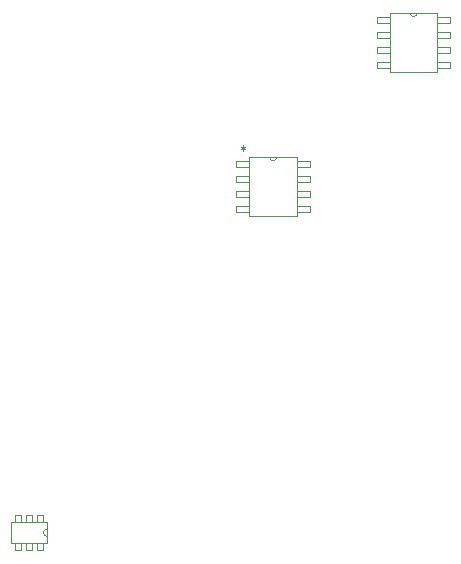
<source format=gm1>
G04 Layer_Color=16711935*
%FSTAX24Y24*%
%MOIN*%
G70*
G01*
G75*
%ADD87C,0.0030*%
%ADD148C,0.0010*%
D87*
X029385Y031494D02*
Y031315D01*
X029311Y031449D02*
X029459Y03136D01*
Y031449D02*
X029311Y03136D01*
D148*
X034959Y035901D02*
G03*
X035199Y035901I00012J0D01*
G01*
X030274Y031098D02*
G03*
X030514Y031098I00012J0D01*
G01*
X022864Y018696D02*
G03*
X022864Y018456I0J-00012D01*
G01*
X034294Y033941D02*
Y035901D01*
X035864D01*
Y033941D02*
Y035901D01*
X034294Y033941D02*
X035864D01*
Y035766D02*
X036299D01*
Y035576D02*
Y035766D01*
X035864Y035576D02*
X036299D01*
X035864D02*
Y035766D01*
Y035266D02*
X036299D01*
Y035076D02*
Y035266D01*
X035864Y035076D02*
X036299D01*
X035864D02*
Y035266D01*
Y034766D02*
X036299D01*
Y034576D02*
Y034766D01*
X035864Y034576D02*
X036299D01*
X035864D02*
Y034766D01*
Y034266D02*
X036299D01*
Y034076D02*
Y034266D01*
X035864Y034076D02*
X036299D01*
X035864D02*
Y034266D01*
X033859Y034076D02*
X034294D01*
X033859D02*
Y034266D01*
X034294D01*
Y034076D02*
Y034266D01*
X033859Y034576D02*
X034294D01*
X033859D02*
Y034766D01*
X034294D01*
Y034576D02*
Y034766D01*
X033859Y035076D02*
X034294D01*
X033859D02*
Y035266D01*
X034294D01*
Y035076D02*
Y035266D01*
X033859Y035576D02*
X034294D01*
X033859D02*
Y035766D01*
X034294D01*
Y035576D02*
Y035766D01*
X029609Y029138D02*
Y031098D01*
X031179D01*
Y029138D02*
Y031098D01*
X029609Y029138D02*
X031179D01*
Y030963D02*
X031614D01*
Y030773D02*
Y030963D01*
X031179Y030773D02*
X031614D01*
X031179D02*
Y030963D01*
Y030463D02*
X031614D01*
Y030273D02*
Y030463D01*
X031179Y030273D02*
X031614D01*
X031179D02*
Y030463D01*
Y029963D02*
X031614D01*
Y029773D02*
Y029963D01*
X031179Y029773D02*
X031614D01*
X031179D02*
Y029963D01*
Y029463D02*
X031614D01*
Y029273D02*
Y029463D01*
X031179Y029273D02*
X031614D01*
X031179D02*
Y029463D01*
X029174Y029273D02*
X029609D01*
X029174D02*
Y029463D01*
X029609D01*
Y029273D02*
Y029463D01*
X029174Y029773D02*
X029609D01*
X029174D02*
Y029963D01*
X029609D01*
Y029773D02*
Y029963D01*
X029174Y030273D02*
X029609D01*
X029174D02*
Y030463D01*
X029609D01*
Y030273D02*
Y030463D01*
X029174Y030773D02*
X029609D01*
X029174D02*
Y030963D01*
X029609D01*
Y030773D02*
Y030963D01*
X021664Y018921D02*
X022864D01*
Y018231D02*
Y018921D01*
X021664Y018231D02*
X022864D01*
X021664D02*
Y018921D01*
X022738Y017986D02*
Y018231D01*
X022538Y017986D02*
X022738D01*
X022538D02*
Y018231D01*
X022738D01*
X022364Y017986D02*
Y018231D01*
X022164Y017986D02*
X022364D01*
X022164D02*
Y018231D01*
X022364D01*
X02199Y017986D02*
Y018231D01*
X02179Y017986D02*
X02199D01*
X02179D02*
Y018231D01*
X02199D01*
X02179Y018921D02*
Y019166D01*
X02199D01*
Y018921D02*
Y019166D01*
X02179Y018921D02*
X02199D01*
X022164D02*
Y019166D01*
X022364D01*
Y018921D02*
Y019166D01*
X022164Y018921D02*
X022364D01*
X022538D02*
Y019166D01*
X022738D01*
Y018921D02*
Y019166D01*
X022538Y018921D02*
X022738D01*
M02*

</source>
